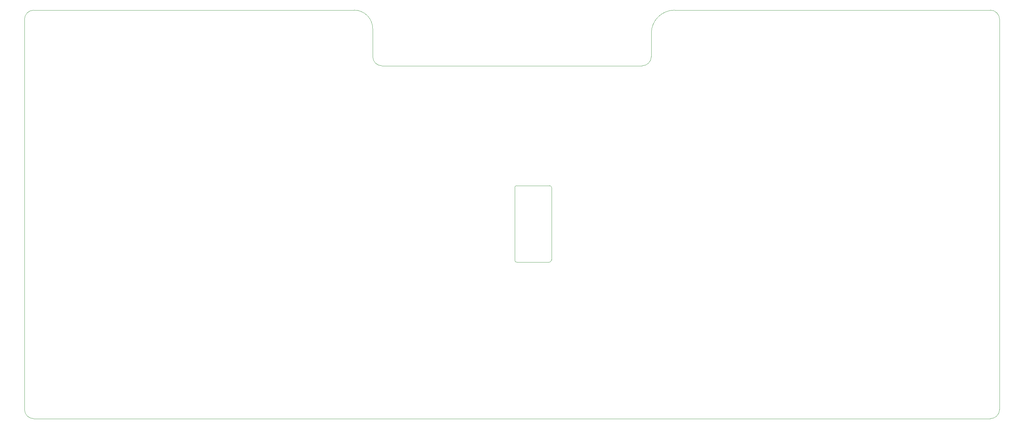
<source format=gm1>
%TF.GenerationSoftware,KiCad,Pcbnew,5.1.6*%
%TF.CreationDate,2020-09-20T21:14:21+03:00*%
%TF.ProjectId,Ball40,42616c6c-3430-42e6-9b69-6361645f7063,rev?*%
%TF.SameCoordinates,Original*%
%TF.FileFunction,Profile,NP*%
%FSLAX46Y46*%
G04 Gerber Fmt 4.6, Leading zero omitted, Abs format (unit mm)*
G04 Created by KiCad (PCBNEW 5.1.6) date 2020-09-20 21:14:21*
%MOMM*%
%LPD*%
G01*
G04 APERTURE LIST*
%TA.AperFunction,Profile*%
%ADD10C,0.050000*%
%TD*%
G04 APERTURE END LIST*
D10*
X276860000Y-149860000D02*
X15240000Y-149860000D01*
X12700000Y-40640000D02*
X12700000Y-147320000D01*
X102870000Y-38100000D02*
X15240000Y-38100000D01*
X107950000Y-50800000D02*
X107950000Y-43180000D01*
X181610000Y-53340000D02*
X110490000Y-53340000D01*
X184150000Y-44450000D02*
X184150000Y-50800000D01*
X279400000Y-40640000D02*
X279400000Y-147320000D01*
X190500000Y-38100000D02*
X276860000Y-38100000D01*
X184150000Y-44450000D02*
G75*
G02*
X190500000Y-38100000I6350000J0D01*
G01*
X184150000Y-50800000D02*
G75*
G02*
X181610000Y-53340000I-2540000J0D01*
G01*
X110490000Y-53340000D02*
G75*
G02*
X107950000Y-50800000I0J2540000D01*
G01*
X102870000Y-38100000D02*
G75*
G02*
X107950000Y-43180000I0J-5080000D01*
G01*
X15240000Y-149860000D02*
G75*
G02*
X12700000Y-147320000I0J2540000D01*
G01*
X12700000Y-40640000D02*
G75*
G02*
X15240000Y-38100000I2540000J0D01*
G01*
X276860000Y-38100000D02*
G75*
G02*
X279400000Y-40640000I0J-2540000D01*
G01*
X279400000Y-147320000D02*
G75*
G02*
X276860000Y-149860000I-2540000J0D01*
G01*
X147320000Y-107061000D02*
X156210000Y-107061000D01*
X146812000Y-86614000D02*
X146812000Y-106553000D01*
X156337000Y-86106000D02*
X147320000Y-86106000D01*
X156845000Y-106426000D02*
X156845000Y-86614000D01*
X156337000Y-86106000D02*
G75*
G02*
X156845000Y-86614000I0J-508000D01*
G01*
X146812000Y-86614000D02*
G75*
G02*
X147320000Y-86106000I508000J0D01*
G01*
X147320000Y-107061000D02*
G75*
G02*
X146812000Y-106553000I0J508000D01*
G01*
X156845000Y-106426000D02*
G75*
G02*
X156210000Y-107061000I-635000J0D01*
G01*
M02*

</source>
